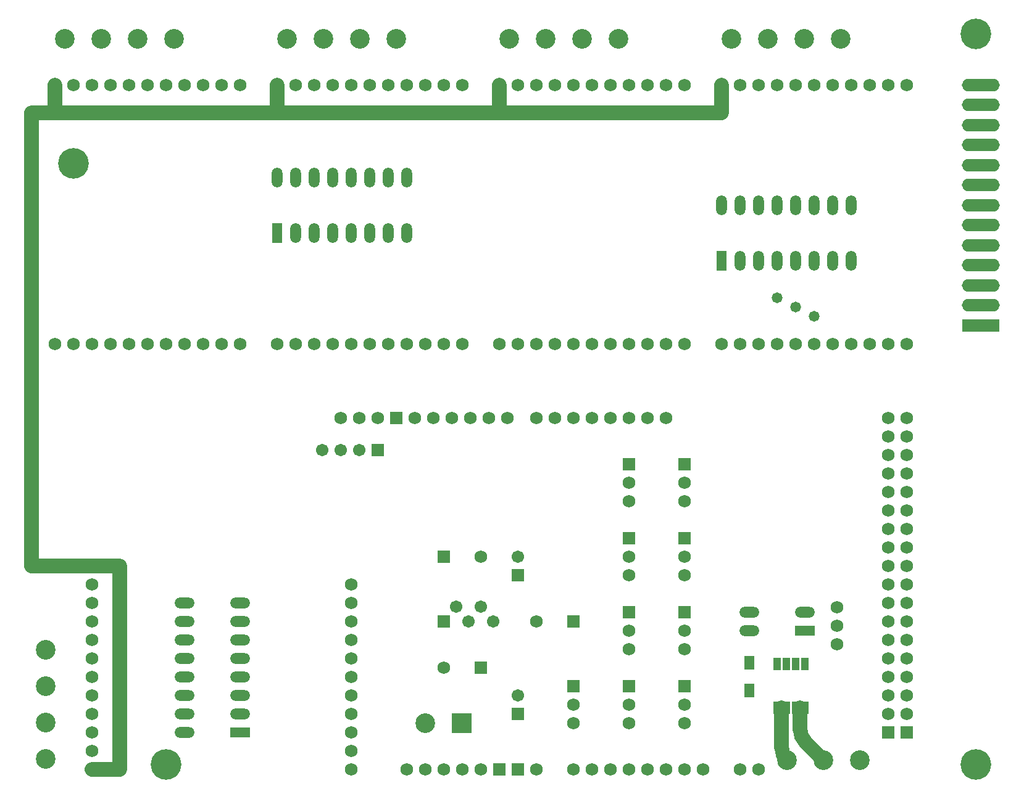
<source format=gts>
G04*
G04 #@! TF.GenerationSoftware,Altium Limited,Altium Designer,21.1.1 (26)*
G04*
G04 Layer_Color=8388736*
%FSLAX25Y25*%
%MOIN*%
G70*
G04*
G04 #@! TF.SameCoordinates,6FC1F31B-F578-4013-A3C6-3E9410FEC2B9*
G04*
G04*
G04 #@! TF.FilePolarity,Negative*
G04*
G01*
G75*
%ADD18C,0.07874*%
%ADD19O,0.20485X0.06706*%
%ADD20R,0.20485X0.06706*%
%ADD21R,0.05721X0.07493*%
%ADD22R,0.03950X0.06706*%
%ADD23C,0.06706*%
%ADD24R,0.06706X0.06706*%
%ADD25C,0.10642*%
%ADD26C,0.06800*%
%ADD27R,0.06800X0.06800*%
%ADD28C,0.16548*%
%ADD29R,0.10642X0.10642*%
%ADD30R,0.06800X0.06800*%
%ADD31O,0.05800X0.10800*%
%ADD32R,0.05800X0.10800*%
%ADD33O,0.10800X0.05800*%
%ADD34R,0.10800X0.05800*%
%ADD35R,0.06706X0.06706*%
%ADD36C,0.05800*%
%ADD37C,0.04737*%
D18*
X642500Y381642D02*
G03*
X645429Y374571I10000J0D01*
G01*
X632500Y371796D02*
G03*
X635315Y365000I9611J0D01*
G01*
X642500Y381642D02*
Y393189D01*
X645429Y374571D02*
X655000Y365000D01*
X632500Y371796D02*
Y393189D01*
X480000Y715000D02*
Y730000D01*
X360000Y715000D02*
Y730000D01*
X240000Y715000D02*
Y730000D01*
X600000Y715000D02*
Y730000D01*
X227500Y715000D02*
X600000D01*
X227500Y482500D02*
Y715000D01*
X260000Y360000D02*
X275000D01*
Y470000D01*
X227500D02*
X275000D01*
X227500D02*
Y482500D01*
D19*
X740000Y730000D02*
D03*
Y719173D02*
D03*
Y708347D02*
D03*
Y697520D02*
D03*
Y686693D02*
D03*
Y675866D02*
D03*
Y665039D02*
D03*
Y654213D02*
D03*
Y643386D02*
D03*
Y632559D02*
D03*
Y621732D02*
D03*
Y610906D02*
D03*
D20*
Y600079D02*
D03*
D21*
X615000Y402500D02*
D03*
Y417500D02*
D03*
D22*
X630000Y393189D02*
D03*
X635000D02*
D03*
X640000D02*
D03*
X645000D02*
D03*
X630000Y416811D02*
D03*
X635000D02*
D03*
X640000D02*
D03*
X645000D02*
D03*
D23*
X476772Y440000D02*
D03*
X470079Y447874D02*
D03*
X463386Y440000D02*
D03*
X456693Y447874D02*
D03*
X384252Y532500D02*
D03*
X394252D02*
D03*
X404252D02*
D03*
X490000Y475000D02*
D03*
Y400000D02*
D03*
D24*
X450000Y440000D02*
D03*
X414252Y532500D02*
D03*
D25*
X674685Y365000D02*
D03*
X655000D02*
D03*
X635315D02*
D03*
X664528Y755000D02*
D03*
X644842D02*
D03*
X625157D02*
D03*
X605472D02*
D03*
X304528D02*
D03*
X284842D02*
D03*
X265158D02*
D03*
X245472D02*
D03*
X424528D02*
D03*
X404843D02*
D03*
X385157D02*
D03*
X365472D02*
D03*
X235000Y424528D02*
D03*
Y404843D02*
D03*
Y385157D02*
D03*
Y365472D02*
D03*
X544528Y755000D02*
D03*
X524843D02*
D03*
X505158D02*
D03*
X485472D02*
D03*
X440000Y385000D02*
D03*
D26*
X394252Y550000D02*
D03*
X404252D02*
D03*
X414252D02*
D03*
X434252D02*
D03*
X444252D02*
D03*
X454252D02*
D03*
X464252D02*
D03*
X474252D02*
D03*
X484252D02*
D03*
X500000D02*
D03*
X510000D02*
D03*
X520000D02*
D03*
X530000D02*
D03*
X540000D02*
D03*
X550000D02*
D03*
X560000D02*
D03*
X570000D02*
D03*
X620000Y360000D02*
D03*
X430000D02*
D03*
X440000D02*
D03*
X450000D02*
D03*
X460000D02*
D03*
X470000D02*
D03*
X500000D02*
D03*
X610000D02*
D03*
X520000D02*
D03*
X530000D02*
D03*
X540000D02*
D03*
X550000D02*
D03*
X560000D02*
D03*
X570000D02*
D03*
X580000D02*
D03*
X590000D02*
D03*
X700000Y550000D02*
D03*
X690000D02*
D03*
Y540000D02*
D03*
X700000D02*
D03*
X690000Y530000D02*
D03*
X700000D02*
D03*
X690000Y520000D02*
D03*
X700000D02*
D03*
X690000Y510000D02*
D03*
X700000D02*
D03*
X690000Y500000D02*
D03*
X700000D02*
D03*
X690000Y490000D02*
D03*
X700000D02*
D03*
X690000Y480000D02*
D03*
X700000D02*
D03*
X690000Y470000D02*
D03*
X700000D02*
D03*
X690000Y460000D02*
D03*
X700000D02*
D03*
X690000Y450000D02*
D03*
X700000D02*
D03*
X690000Y440000D02*
D03*
X700000D02*
D03*
X690000Y430000D02*
D03*
X700000D02*
D03*
X690000Y420000D02*
D03*
X700000D02*
D03*
X690000Y410000D02*
D03*
X700000D02*
D03*
X690000Y400000D02*
D03*
X700000D02*
D03*
X690000Y390000D02*
D03*
X700000D02*
D03*
X500000Y440000D02*
D03*
X470000Y475000D02*
D03*
X450000Y415000D02*
D03*
X360000Y590000D02*
D03*
X370000D02*
D03*
X380000D02*
D03*
X390000D02*
D03*
X400000D02*
D03*
X410000D02*
D03*
X420000D02*
D03*
X430000D02*
D03*
X440000D02*
D03*
X450000D02*
D03*
X460000D02*
D03*
X600000D02*
D03*
X610000D02*
D03*
X620000D02*
D03*
X630000D02*
D03*
X640000D02*
D03*
X650000D02*
D03*
X660000D02*
D03*
X670000D02*
D03*
X680000D02*
D03*
X690000D02*
D03*
X700000D02*
D03*
X240000D02*
D03*
X250000D02*
D03*
X260000D02*
D03*
X270000D02*
D03*
X280000D02*
D03*
X290000D02*
D03*
X300000D02*
D03*
X310000D02*
D03*
X320000D02*
D03*
X330000D02*
D03*
X340000D02*
D03*
X480000D02*
D03*
X490000D02*
D03*
X500000D02*
D03*
X510000D02*
D03*
X520000D02*
D03*
X530000D02*
D03*
X540000D02*
D03*
X550000D02*
D03*
X560000D02*
D03*
X570000D02*
D03*
X580000D02*
D03*
Y730000D02*
D03*
X570000D02*
D03*
X560000D02*
D03*
X550000D02*
D03*
X540000D02*
D03*
X530000D02*
D03*
X520000D02*
D03*
X510000D02*
D03*
X500000D02*
D03*
X490000D02*
D03*
X480000D02*
D03*
X460000D02*
D03*
X450000D02*
D03*
X440000D02*
D03*
X430000D02*
D03*
X420000D02*
D03*
X410000D02*
D03*
X400000D02*
D03*
X390000D02*
D03*
X380000D02*
D03*
X370000D02*
D03*
X360000D02*
D03*
X700000D02*
D03*
X690000D02*
D03*
X680000D02*
D03*
X670000D02*
D03*
X660000D02*
D03*
X650000D02*
D03*
X640000D02*
D03*
X630000D02*
D03*
X620000D02*
D03*
X610000D02*
D03*
X600000D02*
D03*
X260000Y460000D02*
D03*
Y450000D02*
D03*
Y440000D02*
D03*
Y430000D02*
D03*
Y420000D02*
D03*
Y410000D02*
D03*
Y400000D02*
D03*
Y390000D02*
D03*
Y380000D02*
D03*
Y370000D02*
D03*
Y360000D02*
D03*
X340000Y730000D02*
D03*
X330000D02*
D03*
X320000D02*
D03*
X310000D02*
D03*
X300000D02*
D03*
X290000D02*
D03*
X280000D02*
D03*
X270000D02*
D03*
X260000D02*
D03*
X250000D02*
D03*
X240000D02*
D03*
X580000Y435000D02*
D03*
Y425000D02*
D03*
Y475000D02*
D03*
Y465000D02*
D03*
Y395000D02*
D03*
Y385000D02*
D03*
Y515000D02*
D03*
Y505000D02*
D03*
X550000Y515000D02*
D03*
Y505000D02*
D03*
X520000Y395000D02*
D03*
Y385000D02*
D03*
X550000Y475000D02*
D03*
Y465000D02*
D03*
Y435000D02*
D03*
Y425000D02*
D03*
Y395000D02*
D03*
Y385000D02*
D03*
X400000Y360000D02*
D03*
Y370000D02*
D03*
Y380000D02*
D03*
Y390000D02*
D03*
Y400000D02*
D03*
Y410000D02*
D03*
Y420000D02*
D03*
Y430000D02*
D03*
Y440000D02*
D03*
Y450000D02*
D03*
Y460000D02*
D03*
X662500Y427500D02*
D03*
Y437500D02*
D03*
Y447500D02*
D03*
D27*
X424252Y550000D02*
D03*
X480000Y360000D02*
D03*
X490000D02*
D03*
X690000Y380000D02*
D03*
X700000D02*
D03*
X520000Y440000D02*
D03*
X450000Y475000D02*
D03*
X470000Y415000D02*
D03*
D28*
X300000Y362500D02*
D03*
X250000Y687500D02*
D03*
X737500Y757500D02*
D03*
Y362500D02*
D03*
D29*
X459685Y385000D02*
D03*
D30*
X580000Y445000D02*
D03*
Y485000D02*
D03*
Y405000D02*
D03*
Y525000D02*
D03*
X550000D02*
D03*
X520000Y405000D02*
D03*
X550000Y485000D02*
D03*
Y445000D02*
D03*
Y405000D02*
D03*
D31*
X670000Y665000D02*
D03*
X660000D02*
D03*
X650000D02*
D03*
X640000D02*
D03*
X630000D02*
D03*
X620000D02*
D03*
X610000D02*
D03*
X600000D02*
D03*
X670000Y635000D02*
D03*
X660000D02*
D03*
X650000D02*
D03*
X640000D02*
D03*
X630000D02*
D03*
X620000D02*
D03*
X610000D02*
D03*
X430000Y680000D02*
D03*
X420000D02*
D03*
X410000D02*
D03*
X400000D02*
D03*
X390000D02*
D03*
X380000D02*
D03*
X370000D02*
D03*
X360000D02*
D03*
X430000Y650000D02*
D03*
X420000D02*
D03*
X410000D02*
D03*
X400000D02*
D03*
X390000D02*
D03*
X380000D02*
D03*
X370000D02*
D03*
D32*
X600000Y635000D02*
D03*
X360000Y650000D02*
D03*
D33*
X310000Y450000D02*
D03*
Y440000D02*
D03*
Y430000D02*
D03*
Y420000D02*
D03*
Y410000D02*
D03*
Y400000D02*
D03*
Y390000D02*
D03*
Y380000D02*
D03*
X340000Y450000D02*
D03*
Y440000D02*
D03*
Y430000D02*
D03*
Y420000D02*
D03*
Y410000D02*
D03*
Y400000D02*
D03*
Y390000D02*
D03*
X615000Y445000D02*
D03*
Y435000D02*
D03*
X645000Y445000D02*
D03*
D34*
X340000Y380000D02*
D03*
X645000Y435000D02*
D03*
D35*
X490000Y465000D02*
D03*
Y390000D02*
D03*
D36*
X630000Y615000D02*
D03*
X640000Y610000D02*
D03*
X650000Y605000D02*
D03*
D37*
X615000Y417500D02*
D03*
M02*

</source>
